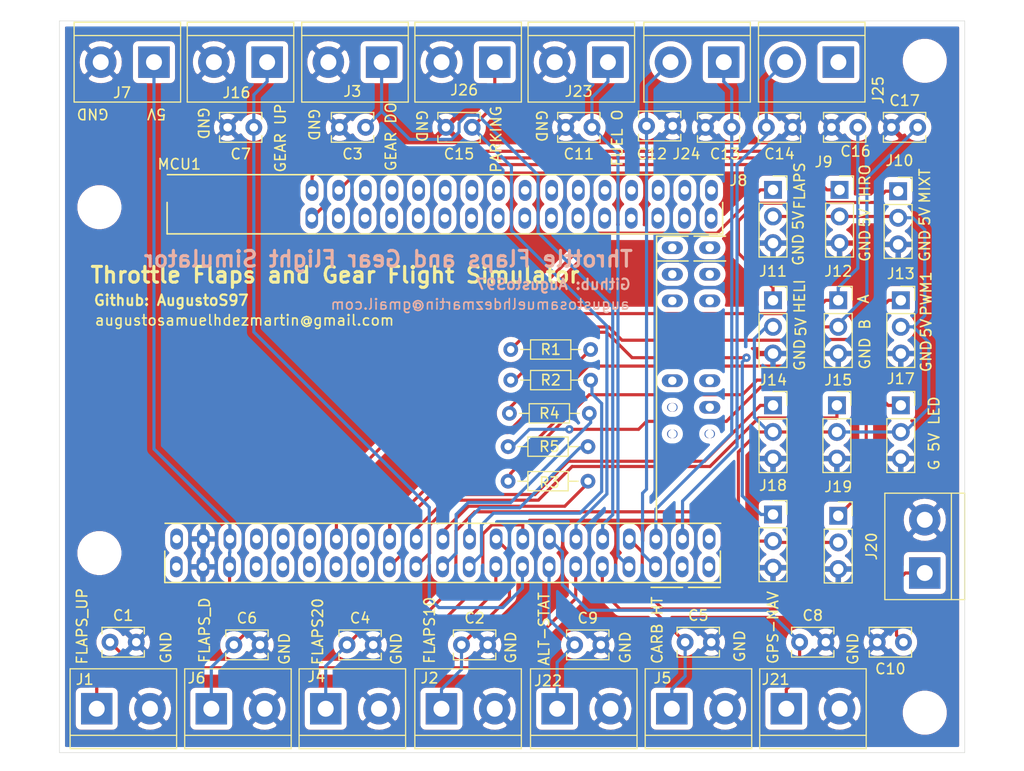
<source format=kicad_pcb>
(kicad_pcb (version 20171130) (host pcbnew "(5.1.10)-1")
  (layers (0 F.Cu signal) (31 B.Cu signal) (34 B.Paste user) (35 F.Paste user) (36 B.SilkS user) (37 F.SilkS user) (38 B.Mask user) (39 F.Mask user) (44 Edge.Cuts user))
  (net 0 "")
  (net 1 GND)
  (net 2 +5V)
  (net 3 PWM1)
  (net 4 PWM2)
  (net 5 PWM3)
  (net 6 GPS-NAV)
  (net 7 GEAR_UP)
  (net 8 ALT_STATIC)
  (net 9 GEAR_DOWN)
  (net 10 CARB_HEAT)
  (net 11 FLAPS_DOWN)
  (net 12 FLAPS_UP)
  (net 13 FLAPS_10)
  (net 14 FLAPS_20)
  (net 15 CABIN_AIR)
  (net 16 FUEL_OFF)
  (net 17 FUEL_R)
  (net 18 FUEL_L)
  (net 19 FUEL_BOTH)
  (net 20 PARKING_BRAKE)
  (net 21 "Net-(C16-Pad2)")
  (net 22 "Net-(C17-Pad2)")
  (net 23 FLAPS_PWM)
  (net 24 Throttle_Analog)
  (net 25 Mixture_Analog)
  (net 26 Helice_Analog)
  (net 27 "Net-(J17-Pad1)")
  (net 28 "Net-(J18-Pad1)")
  (net 29 "Net-(J19-Pad1)")
  (net 30 "Net-(J25-Pad1)")
  (net 31 "Net-(MCU1-Pad40)")
  (net 32 "Net-(MCU1-Pad2)")
  (net 33 "Net-(MCU1-Pad8)")
  (net 34 "Net-(MCU1-Pad10)")
  (net 35 "Net-(MCU1-Pad12)")
  (net 36 "Net-(MCU1-Pad14)")
  (net 37 "Net-(MCU1-Pad16)")
  (net 38 LED_RIGHT)
  (net 39 B_ENC_TRIM)
  (net 40 "Net-(MCU1-Pad42)")
  (net 41 "Net-(MCU1-Pad1)")
  (net 42 "Net-(MCU1-Pad7)")
  (net 43 "Net-(MCU1-Pad9)")
  (net 44 "Net-(MCU1-Pad11)")
  (net 45 "Net-(MCU1-Pad15)")
  (net 46 A_ENC_TRIM)
  (net 47 LED_NOSE)
  (net 48 LED_LEFT)
  (net 49 "Net-(MCU1-Pad41)")
  (net 50 "Net-(MCU1-Pad67)")
  (net 51 "Net-(MCU1-Pad43)")
  (net 52 "Net-(MCU1-Pad45)")
  (net 53 "Net-(MCU1-Pad47)")
  (net 54 "Net-(MCU1-Pad44)")
  (net 55 "Net-(MCU1-Pad46)")
  (net 56 "Net-(MCU1-Pad48)")
  (net 57 "Net-(MCU1-Pad65)")
  (net 58 "Net-(MCU1-Pad69)")
  (net 59 "Net-(MCU1-Pad70)")
  (net 60 "Net-(MCU1-Pad68)")
  (net 61 "Net-(MCU1-Pad66)")
  (net 62 "Net-(MCU1-Pad62)")
  (net 63 "Net-(MCU1-Pad74)")
  (net 64 "Net-(MCU1-Pad76)")
  (net 65 "Net-(MCU1-Pad78)")
  (net 66 "Net-(MCU1-Pad80)")
  (net 67 "Net-(MCU1-Pad82)")
  (net 68 "Net-(MCU1-Pad84)")
  (net 69 "Net-(MCU1-Pad86)")
  (net 70 "Net-(MCU1-Pad50)")
  (net 71 "Net-(MCU1-Pad52)")
  (net 72 "Net-(MCU1-Pad58)")
  (net 73 "Net-(MCU1-Pad56)")
  (net 74 "Net-(MCU1-Pad54)")
  (net 75 "Net-(MCU1-Pad64)")
  (net 76 "Net-(MCU1-Pad60)")
  (net 77 "Net-(MCU1-Pad75)")
  (net 78 "Net-(MCU1-Pad77)")
  (net 79 "Net-(MCU1-Pad79)")
  (net 80 "Net-(MCU1-Pad81)")
  (net 81 "Net-(MCU1-Pad83)")
  (net 82 "Net-(MCU1-Pad85)")
  (net 83 "Net-(MCU1-Pad49)")
  (net 84 "Net-(MCU1-Pad51)")
  (net 85 "Net-(MCU1-Pad53)")
  (net 86 "Net-(MCU1-Pad55)")
  (net 87 "Net-(MCU1-Pad57)")
  (net 88 "Net-(MCU1-Pad59)")
  (net 89 "Net-(MCU1-Pad61)")
  (net 90 "Net-(MCU1-Pad63)")
  (module MountingHole:MountingHole_3.2mm_M3 (layer F.Cu) (at 93.98 68.58)
    (fp_text reference h4 hide)
    (fp_text value MountingHole_3.2mm_M3)
    (pad 1 np_thru_hole circle (at 0 0) (size 3.2 3.2) (drill 3.2) (layers *.Cu *.Mask))
  )
  (module MountingHole:MountingHole_3.2mm_M3 (layer F.Cu) (at 93.98 101.6)
    (fp_text reference h3 hide)
    (fp_text value MountingHole_3.2mm_M3)
    (pad 1 np_thru_hole circle (at 0 0) (size 3.2 3.2) (drill 3.2) (layers *.Cu *.Mask))
  )
  (module MountingHole:MountingHole_3.2mm_M3 (layer F.Cu) (at 172.72 116.84)
    (fp_text reference h2 hide)
    (fp_text value MountingHole_3.2mm_M3)
    (pad 1 np_thru_hole circle (at 0 0) (size 3.2 3.2) (drill 3.2) (layers *.Cu *.Mask))
  )
  (module MountingHole:MountingHole_3.2mm_M3 (layer F.Cu) (at 172.72 54.61)
    (fp_text reference h1 hide)
    (fp_text value MountingHole_3.2mm_M3)
    (pad 1 np_thru_hole circle (at 0 0) (size 3.2 3.2) (drill 3.2) (layers *.Cu *.Mask))
  )
  (module Resistor_THT:R_Axial_DIN0204_L3.6mm_D1.6mm_P7.62mm_Horizontal (layer F.Cu) (at 132.969 91.44)
    (fp_text reference R5 (at 3.937 0) (layer F.SilkS))
    (fp_text value 220R)
    (pad 2 thru_hole oval (at 7.62 0) (size 1.4 1.4) (drill 0.7) (layers *.Cu *.Mask) (net 48 LED_LEFT))
    (pad 1 thru_hole circle (at 0 0) (size 1.4 1.4) (drill 0.7) (layers *.Cu *.Mask) (net 29 "Net-(J19-Pad1)"))
  )
  (module Resistor_THT:R_Axial_DIN0204_L3.6mm_D1.6mm_P7.62mm_Horizontal (layer F.Cu) (at 133.096 88.265)
    (fp_text reference R4 (at 3.81 0) (layer F.SilkS))
    (fp_text value 220R)
    (pad 2 thru_hole oval (at 7.62 0) (size 1.4 1.4) (drill 0.7) (layers *.Cu *.Mask) (net 38 LED_RIGHT))
    (pad 1 thru_hole circle (at 0 0) (size 1.4 1.4) (drill 0.7) (layers *.Cu *.Mask) (net 28 "Net-(J18-Pad1)"))
  )
  (module Resistor_THT:R_Axial_DIN0204_L3.6mm_D1.6mm_P7.62mm_Horizontal (layer F.Cu) (at 132.969 94.742)
    (fp_text reference R3 (at 3.937 0.127) (layer F.SilkS))
    (fp_text value 220R)
    (pad 2 thru_hole oval (at 7.62 0) (size 1.4 1.4) (drill 0.7) (layers *.Cu *.Mask) (net 47 LED_NOSE))
    (pad 1 thru_hole circle (at 0 0) (size 1.4 1.4) (drill 0.7) (layers *.Cu *.Mask) (net 27 "Net-(J17-Pad1)"))
  )
  (module Resistor_THT:R_Axial_DIN0204_L3.6mm_D1.6mm_P7.62mm_Horizontal (layer F.Cu) (at 133.223 85.09)
    (fp_text reference R2 (at 3.81 0) (layer F.SilkS))
    (fp_text value 10k)
    (pad 2 thru_hole oval (at 7.62 0) (size 1.4 1.4) (drill 0.7) (layers *.Cu *.Mask) (net 39 B_ENC_TRIM))
    (pad 1 thru_hole circle (at 0 0) (size 1.4 1.4) (drill 0.7) (layers *.Cu *.Mask) (net 22 "Net-(C17-Pad2)"))
  )
  (module Resistor_THT:R_Axial_DIN0204_L3.6mm_D1.6mm_P7.62mm_Horizontal (layer F.Cu) (at 133.223 82.169)
    (fp_text reference R1 (at 3.81 0) (layer F.SilkS))
    (fp_text value 10k)
    (pad 2 thru_hole oval (at 7.62 0) (size 1.4 1.4) (drill 0.7) (layers *.Cu *.Mask) (net 46 A_ENC_TRIM))
    (pad 1 thru_hole circle (at 0 0) (size 1.4 1.4) (drill 0.7) (layers *.Cu *.Mask) (net 21 "Net-(C16-Pad2)"))
  )
  (module TerminalBlock:TerminalBlock_bornier-2_P5.08mm (layer F.Cu) (at 172.72 103.505 90)
    (fp_text reference J20 (at 2.54 -5.08 90) (layer F.SilkS))
    (fp_text value Screw_Terminal_01x02)
    (pad 2 thru_hole circle (at 5.08 0 90) (size 3 3) (drill 1.52) (layers *.Cu *.Mask) (net 1 GND))
    (pad 1 thru_hole rect (at 0 0 90) (size 3 3) (drill 1.52) (layers *.Cu *.Mask) (net 15 CABIN_AIR))
  )
  (module Connector_PinSocket_2.54mm:PinSocket_1x03_P2.54mm_Vertical (layer F.Cu) (at 164.465 77.47)
    (fp_text reference J12 (at 0 -2.77) (layer F.SilkS))
    (fp_text value PINHEADER)
    (pad 3 thru_hole oval (at 0 5.08) (size 1.7 1.7) (drill 1) (layers *.Cu *.Mask) (net 1 GND))
    (pad 2 thru_hole oval (at 0 2.54) (size 1.7 1.7) (drill 1) (layers *.Cu *.Mask) (net 22 "Net-(C17-Pad2)"))
    (pad 1 thru_hole rect (at 0 0) (size 1.7 1.7) (drill 1) (layers *.Cu *.Mask) (net 21 "Net-(C16-Pad2)"))
  )
  (module Capacitor_THT:C_Disc_D3.8mm_W2.6mm_P2.50mm (layer F.Cu) (at 169.545 60.96)
    (fp_text reference C17 (at 1.25 -2.55) (layer F.SilkS))
    (fp_text value 10nF)
    (pad 2 thru_hole circle (at 2.5 0) (size 1.6 1.6) (drill 0.8) (layers *.Cu *.Mask) (net 22 "Net-(C17-Pad2)"))
    (pad 1 thru_hole circle (at 0 0) (size 1.6 1.6) (drill 0.8) (layers *.Cu *.Mask) (net 1 GND))
  )
  (module Capacitor_THT:C_Disc_D3.8mm_W2.6mm_P2.50mm (layer F.Cu) (at 163.83 60.96)
    (fp_text reference C16 (at 2.286 2.286) (layer F.SilkS))
    (fp_text value 10nF)
    (pad 2 thru_hole circle (at 2.5 0) (size 1.6 1.6) (drill 0.8) (layers *.Cu *.Mask) (net 21 "Net-(C16-Pad2)"))
    (pad 1 thru_hole circle (at 0 0) (size 1.6 1.6) (drill 0.8) (layers *.Cu *.Mask) (net 1 GND))
  )
  (module Capacitor_THT:C_Disc_D3.8mm_W2.6mm_P2.50mm (layer F.Cu) (at 170.688 110.109 180)
    (fp_text reference C10 (at 1.25 -2.55) (layer F.SilkS))
    (fp_text value 10nF)
    (pad 2 thru_hole circle (at 2.5 0 180) (size 1.6 1.6) (drill 0.8) (layers *.Cu *.Mask) (net 1 GND))
    (pad 1 thru_hole circle (at 0 0 180) (size 1.6 1.6) (drill 0.8) (layers *.Cu *.Mask) (net 15 CABIN_AIR))
  )
  (module TerminalBlock:TerminalBlock_bornier-2_P5.08mm (layer F.Cu) (at 126.614 116.463)
    (fp_text reference J2 (at -1.138 -2.925) (layer F.SilkS))
    (fp_text value Screw_Terminal_01x02)
    (pad 1 thru_hole rect (at 0 0) (size 3 3) (drill 1.52) (layers *.Cu *.Mask) (net 13 FLAPS_10))
    (pad 2 thru_hole circle (at 5.08 0) (size 3 3) (drill 1.52) (layers *.Cu *.Mask) (net 1 GND))
  )
  (module Mega2560-pro-mini-radio:MEGA_Embebido (layer F.Cu) (at 127 66.04 180)
    (fp_text reference MCU1 (at 25.4 1.56) (layer F.SilkS))
    (fp_text value Master_Arduino_Mega_Embebido_Arduino_Mega_v3)
    (pad 40 thru_hole oval (at -22.58 -36.87 180) (size 1.2 2) (drill 0.8) (layers *.Cu *.Mask) (net 31 "Net-(MCU1-Pad40)"))
    (pad 2 thru_hole oval (at 25.68 -36.87 180) (size 1.2 2) (drill 0.8) (layers *.Cu *.Mask) (net 32 "Net-(MCU1-Pad2)"))
    (pad 4 thru_hole oval (at 23.14 -36.87 180) (size 1.2 2) (drill 0.8) (layers *.Cu *.Mask) (net 1 GND))
    (pad 6 thru_hole oval (at 20.6 -36.87 180) (size 1.2 2) (drill 0.8) (layers *.Cu *.Mask) (net 2 +5V))
    (pad 8 thru_hole oval (at 18.06 -36.87 180) (size 1.2 2) (drill 0.8) (layers *.Cu *.Mask) (net 33 "Net-(MCU1-Pad8)"))
    (pad 10 thru_hole oval (at 15.52 -36.87 180) (size 1.2 2) (drill 0.8) (layers *.Cu *.Mask) (net 34 "Net-(MCU1-Pad10)"))
    (pad 12 thru_hole oval (at 12.98 -36.87 180) (size 1.2 2) (drill 0.8) (layers *.Cu *.Mask) (net 35 "Net-(MCU1-Pad12)"))
    (pad 14 thru_hole oval (at 10.44 -36.87 180) (size 1.2 2) (drill 0.8) (layers *.Cu *.Mask) (net 36 "Net-(MCU1-Pad14)"))
    (pad 16 thru_hole oval (at 7.9 -36.87 180) (size 1.2 2) (drill 0.8) (layers *.Cu *.Mask) (net 37 "Net-(MCU1-Pad16)"))
    (pad 18 thru_hole oval (at 5.36 -36.87 180) (size 1.2 2) (drill 0.8) (layers *.Cu *.Mask) (net 3 PWM1))
    (pad 20 thru_hole oval (at 2.82 -36.87 180) (size 1.2 2) (drill 0.8) (layers *.Cu *.Mask) (net 5 PWM3))
    (pad 22 thru_hole oval (at 0.28 -36.87 180) (size 1.2 2) (drill 0.8) (layers *.Cu *.Mask) (net 38 LED_RIGHT))
    (pad 24 thru_hole oval (at -2.26 -36.87 180) (size 1.2 2) (drill 0.8) (layers *.Cu *.Mask) (net 39 B_ENC_TRIM))
    (pad 26 thru_hole oval (at -4.8 -36.87 180) (size 1.2 2) (drill 0.8) (layers *.Cu *.Mask) (net 14 FLAPS_20))
    (pad 28 thru_hole oval (at -7.34 -36.87 180) (size 1.2 2) (drill 0.8) (layers *.Cu *.Mask) (net 7 GEAR_UP))
    (pad 30 thru_hole oval (at -9.88 -36.87 180) (size 1.2 2) (drill 0.8) (layers *.Cu *.Mask) (net 8 ALT_STATIC))
    (pad 36 thru_hole oval (at -17.5 -36.87 180) (size 1.2 2) (drill 0.8) (layers *.Cu *.Mask) (net 16 FUEL_OFF))
    (pad 34 thru_hole oval (at -14.96 -36.87 180) (size 1.2 2) (drill 0.8) (layers *.Cu *.Mask) (net 10 CARB_HEAT))
    (pad 32 thru_hole oval (at -12.42 -36.87 180) (size 1.2 2) (drill 0.8) (layers *.Cu *.Mask) (net 12 FLAPS_UP))
    (pad 42 thru_hole oval (at -25.12 -36.87 180) (size 1.2 2) (drill 0.8) (layers *.Cu *.Mask) (net 40 "Net-(MCU1-Pad42)"))
    (pad 38 thru_hole oval (at -20.04 -36.87 180) (size 1.2 2) (drill 0.8) (layers *.Cu *.Mask) (net 17 FUEL_R))
    (pad 1 thru_hole oval (at 25.65 -34.22 180) (size 1.2 2) (drill 0.8) (layers *.Cu *.Mask) (net 41 "Net-(MCU1-Pad1)"))
    (pad 3 thru_hole oval (at 23.11 -34.22 180) (size 1.2 2) (drill 0.8) (layers *.Cu *.Mask) (net 1 GND))
    (pad 5 thru_hole oval (at 20.57 -34.22 180) (size 1.2 2) (drill 0.8) (layers *.Cu *.Mask) (net 2 +5V))
    (pad 7 thru_hole oval (at 18.03 -34.22 180) (size 1.2 2) (drill 0.8) (layers *.Cu *.Mask) (net 42 "Net-(MCU1-Pad7)"))
    (pad 9 thru_hole oval (at 15.49 -34.22 180) (size 1.2 2) (drill 0.8) (layers *.Cu *.Mask) (net 43 "Net-(MCU1-Pad9)"))
    (pad 11 thru_hole oval (at 12.95 -34.22 180) (size 1.2 2) (drill 0.8) (layers *.Cu *.Mask) (net 44 "Net-(MCU1-Pad11)"))
    (pad 13 thru_hole oval (at 10.41 -34.22 180) (size 1.2 2) (drill 0.8) (layers *.Cu *.Mask) (net 23 FLAPS_PWM))
    (pad 15 thru_hole oval (at 7.87 -34.22 180) (size 1.2 2) (drill 0.8) (layers *.Cu *.Mask) (net 45 "Net-(MCU1-Pad15)"))
    (pad 17 thru_hole oval (at 5.33 -34.22 180) (size 1.2 2) (drill 0.8) (layers *.Cu *.Mask) (net 46 A_ENC_TRIM))
    (pad 19 thru_hole oval (at 2.79 -34.22 180) (size 1.2 2) (drill 0.8) (layers *.Cu *.Mask) (net 4 PWM2))
    (pad 21 thru_hole oval (at 0.25 -34.22 180) (size 1.2 2) (drill 0.8) (layers *.Cu *.Mask) (net 47 LED_NOSE))
    (pad 23 thru_hole oval (at -2.29 -34.22 180) (size 1.2 2) (drill 0.8) (layers *.Cu *.Mask) (net 48 LED_LEFT))
    (pad 25 thru_hole oval (at -4.83 -34.22 180) (size 1.2 2) (drill 0.8) (layers *.Cu *.Mask) (net 13 FLAPS_10))
    (pad 27 thru_hole oval (at -7.37 -34.22 180) (size 1.2 2) (drill 0.8) (layers *.Cu *.Mask) (net 11 FLAPS_DOWN))
    (pad 29 thru_hole oval (at -9.91 -34.22 180) (size 1.2 2) (drill 0.8) (layers *.Cu *.Mask) (net 6 GPS-NAV))
    (pad 31 thru_hole oval (at -12.45 -34.22 180) (size 1.2 2) (drill 0.8) (layers *.Cu *.Mask) (net 20 PARKING_BRAKE))
    (pad 33 thru_hole oval (at -14.99 -34.22 180) (size 1.2 2) (drill 0.8) (layers *.Cu *.Mask) (net 9 GEAR_DOWN))
    (pad 35 thru_hole oval (at -17.53 -34.22 180) (size 1.2 2) (drill 0.8) (layers *.Cu *.Mask) (net 15 CABIN_AIR))
    (pad 37 thru_hole oval (at -20.07 -34.22 180) (size 1.2 2) (drill 0.8) (layers *.Cu *.Mask) (net 18 FUEL_L))
    (pad 39 thru_hole oval (at -22.61 -34.22 180) (size 1.2 2) (drill 0.8) (layers *.Cu *.Mask) (net 19 FUEL_BOTH))
    (pad 41 thru_hole oval (at -25.15 -34.22 180) (size 1.2 2) (drill 0.8) (layers *.Cu *.Mask) (net 49 "Net-(MCU1-Pad41)"))
    (pad 67 thru_hole oval (at -25.206667 -8.947845 270) (size 1.2 2) (drill 0.8) (layers *.Cu *.Mask) (net 50 "Net-(MCU1-Pad67)"))
    (pad 43 thru_hole oval (at -21.636667 -24.187845 270) (size 0.8 1) (drill 0.8) (layers *.Cu *.Mask) (net 51 "Net-(MCU1-Pad43)"))
    (pad 45 thru_hole oval (at -21.636667 -21.647845 270) (size 0.8 1) (drill 0.8) (layers *.Cu *.Mask) (net 52 "Net-(MCU1-Pad45)"))
    (pad 47 thru_hole oval (at -21.636667 -19.107845 270) (size 1.2 2) (drill 0.8) (layers *.Cu *.Mask) (net 53 "Net-(MCU1-Pad47)"))
    (pad 44 thru_hole oval (at -25.206667 -24.187845 270) (size 0.8 1) (drill 0.8) (layers *.Cu *.Mask) (net 54 "Net-(MCU1-Pad44)"))
    (pad 46 thru_hole oval (at -25.206667 -21.647845 270) (size 1.2 2) (drill 0.8) (layers *.Cu *.Mask) (net 55 "Net-(MCU1-Pad46)"))
    (pad 48 thru_hole oval (at -25.206667 -19.107845 270) (size 1.2 2) (drill 0.8) (layers *.Cu *.Mask) (net 56 "Net-(MCU1-Pad48)"))
    (pad 65 thru_hole oval (at -25.206667 -6.407845 270) (size 1.2 2) (drill 0.8) (layers *.Cu *.Mask) (net 57 "Net-(MCU1-Pad65)"))
    (pad 69 thru_hole oval (at -25.206667 -11.487845 270) (size 1.2 2) (drill 0.8) (layers *.Cu *.Mask) (net 58 "Net-(MCU1-Pad69)"))
    (pad 70 thru_hole oval (at -21.636667 -11.487845 270) (size 1.2 2) (drill 0.8) (layers *.Cu *.Mask) (net 59 "Net-(MCU1-Pad70)"))
    (pad 68 thru_hole oval (at -21.636667 -8.947845 270) (size 1.2 2) (drill 0.8) (layers *.Cu *.Mask) (net 60 "Net-(MCU1-Pad68)"))
    (pad 66 thru_hole oval (at -21.636667 -6.407845 270) (size 1.2 2) (drill 0.8) (layers *.Cu *.Mask) (net 61 "Net-(MCU1-Pad66)"))
    (pad 62 thru_hole oval (at -22.8 -3.59 180) (size 1.2 2) (drill 0.8) (layers *.Cu *.Mask) (net 62 "Net-(MCU1-Pad62)"))
    (pad 72 thru_hole oval (at 12.76 -3.59 180) (size 1.2 2) (drill 0.8) (layers *.Cu *.Mask) (net 25 Mixture_Analog))
    (pad 74 thru_hole oval (at 10.22 -3.59 180) (size 1.2 2) (drill 0.8) (layers *.Cu *.Mask) (net 63 "Net-(MCU1-Pad74)"))
    (pad 76 thru_hole oval (at 7.68 -3.59 180) (size 1.2 2) (drill 0.8) (layers *.Cu *.Mask) (net 64 "Net-(MCU1-Pad76)"))
    (pad 78 thru_hole oval (at 5.14 -3.59 180) (size 1.2 2) (drill 0.8) (layers *.Cu *.Mask) (net 65 "Net-(MCU1-Pad78)"))
    (pad 80 thru_hole oval (at 2.6 -3.59 180) (size 1.2 2) (drill 0.8) (layers *.Cu *.Mask) (net 66 "Net-(MCU1-Pad80)"))
    (pad 82 thru_hole oval (at 0.06 -3.59 180) (size 1.2 2) (drill 0.8) (layers *.Cu *.Mask) (net 67 "Net-(MCU1-Pad82)"))
    (pad 84 thru_hole oval (at -2.48 -3.59 180) (size 1.2 2) (drill 0.8) (layers *.Cu *.Mask) (net 68 "Net-(MCU1-Pad84)"))
    (pad 86 thru_hole oval (at -5.02 -3.59 180) (size 1.2 2) (drill 0.8) (layers *.Cu *.Mask) (net 69 "Net-(MCU1-Pad86)"))
    (pad 50 thru_hole oval (at -7.56 -3.59 180) (size 1.2 2) (drill 0.8) (layers *.Cu *.Mask) (net 70 "Net-(MCU1-Pad50)"))
    (pad 52 thru_hole oval (at -10.1 -3.59 180) (size 1.2 2) (drill 0.8) (layers *.Cu *.Mask) (net 71 "Net-(MCU1-Pad52)"))
    (pad 58 thru_hole oval (at -17.72 -3.59 180) (size 1.2 2) (drill 0.8) (layers *.Cu *.Mask) (net 72 "Net-(MCU1-Pad58)"))
    (pad 56 thru_hole oval (at -15.18 -3.59 180) (size 1.2 2) (drill 0.8) (layers *.Cu *.Mask) (net 73 "Net-(MCU1-Pad56)"))
    (pad 54 thru_hole oval (at -12.64 -3.59 180) (size 1.2 2) (drill 0.8) (layers *.Cu *.Mask) (net 74 "Net-(MCU1-Pad54)"))
    (pad 64 thru_hole oval (at -25.34 -3.59 180) (size 1.2 2) (drill 0.8) (layers *.Cu *.Mask) (net 75 "Net-(MCU1-Pad64)"))
    (pad 60 thru_hole oval (at -20.26 -3.59 180) (size 1.2 2) (drill 0.8) (layers *.Cu *.Mask) (net 76 "Net-(MCU1-Pad60)"))
    (pad 71 thru_hole oval (at 12.73 -0.94 180) (size 1.2 2) (drill 0.8) (layers *.Cu *.Mask) (net 24 Throttle_Analog))
    (pad 73 thru_hole oval (at 10.19 -0.94 180) (size 1.2 2) (drill 0.8) (layers *.Cu *.Mask) (net 26 Helice_Analog))
    (pad 75 thru_hole oval (at 7.65 -0.94 180) (size 1.2 2) (drill 0.8) (layers *.Cu *.Mask) (net 77 "Net-(MCU1-Pad75)"))
    (pad 77 thru_hole oval (at 5.11 -0.94 180) (size 1.2 2) (drill 0.8) (layers *.Cu *.Mask) (net 78 "Net-(MCU1-Pad77)"))
    (pad 79 thru_hole oval (at 2.57 -0.94 180) (size 1.2 2) (drill 0.8) (layers *.Cu *.Mask) (net 79 "Net-(MCU1-Pad79)"))
    (pad 81 thru_hole oval (at 0.03 -0.94 180) (size 1.2 2) (drill 0.8) (layers *.Cu *.Mask) (net 80 "Net-(MCU1-Pad81)"))
    (pad 83 thru_hole oval (at -2.51 -0.94 180) (size 1.2 2) (drill 0.8) (layers *.Cu *.Mask) (net 81 "Net-(MCU1-Pad83)"))
    (pad 85 thru_hole oval (at -5.05 -0.94 180) (size 1.2 2) (drill 0.8) (layers *.Cu *.Mask) (net 82 "Net-(MCU1-Pad85)"))
    (pad 49 thru_hole oval (at -7.59 -0.94 180) (size 1.2 2) (drill 0.8) (layers *.Cu *.Mask) (net 83 "Net-(MCU1-Pad49)"))
    (pad 51 thru_hole oval (at -10.13 -0.94 180) (size 1.2 2) (drill 0.8) (layers *.Cu *.Mask) (net 84 "Net-(MCU1-Pad51)"))
    (pad 53 thru_hole oval (at -12.67 -0.94 180) (size 1.2 2) (drill 0.8) (layers *.Cu *.Mask) (net 85 "Net-(MCU1-Pad53)"))
    (pad 55 thru_hole oval (at -15.21 -0.94 180) (size 1.2 2) (drill 0.8) (layers *.Cu *.Mask) (net 86 "Net-(MCU1-Pad55)"))
    (pad 57 thru_hole oval (at -17.75 -0.94 180) (size 1.2 2) (drill 0.8) (layers *.Cu *.Mask) (net 87 "Net-(MCU1-Pad57)"))
    (pad 59 thru_hole oval (at -20.29 -0.94 180) (size 1.2 2) (drill 0.8) (layers *.Cu *.Mask) (net 88 "Net-(MCU1-Pad59)"))
    (pad 61 thru_hole oval (at -22.83 -0.94 180) (size 1.2 2) (drill 0.8) (layers *.Cu *.Mask) (net 89 "Net-(MCU1-Pad61)"))
    (pad 63 thru_hole oval (at -25.37 -0.94 180) (size 1.2 2) (drill 0.8) (layers *.Cu *.Mask) (net 90 "Net-(MCU1-Pad63)"))
  )
  (module TerminalBlock:TerminalBlock_bornier-2_P5.08mm (layer F.Cu) (at 131.699 54.737 180)
    (fp_text reference J26 (at 2.921 -2.667) (layer F.SilkS))
    (fp_text value Screw_Terminal_01x02)
    (pad 2 thru_hole circle (at 5.08 0 180) (size 3 3) (drill 1.52) (layers *.Cu *.Mask) (net 1 GND))
    (pad 1 thru_hole rect (at 0 0 180) (size 3 3) (drill 1.52) (layers *.Cu *.Mask) (net 20 PARKING_BRAKE))
  )
  (module TerminalBlock:TerminalBlock_bornier-2_P5.08mm (layer F.Cu) (at 164.477 54.733 180)
    (fp_text reference J25 (at -3.798 -2.671 90) (layer F.SilkS))
    (fp_text value Screw_Terminal_01x02)
    (pad 2 thru_hole circle (at 5.08 0 180) (size 3 3) (drill 1.52) (layers *.Cu *.Mask) (net 19 FUEL_BOTH))
    (pad 1 thru_hole rect (at 0 0 180) (size 3 3) (drill 1.52) (layers *.Cu *.Mask) (net 30 "Net-(J25-Pad1)"))
  )
  (module TerminalBlock:TerminalBlock_bornier-2_P5.08mm (layer F.Cu) (at 153.543 54.737 180)
    (fp_text reference J24 (at 3.556 -8.763 180) (layer F.SilkS))
    (fp_text value Screw_Terminal_01x02)
    (pad 2 thru_hole circle (at 5.08 0 180) (size 3 3) (drill 1.52) (layers *.Cu *.Mask) (net 17 FUEL_R))
    (pad 1 thru_hole rect (at 0 0 180) (size 3 3) (drill 1.52) (layers *.Cu *.Mask) (net 18 FUEL_L))
  )
  (module TerminalBlock:TerminalBlock_bornier-2_P5.08mm (layer F.Cu) (at 142.494 54.737 180)
    (fp_text reference J23 (at 2.794 -2.794) (layer F.SilkS))
    (fp_text value Screw_Terminal_01x02)
    (pad 2 thru_hole circle (at 5.08 0 180) (size 3 3) (drill 1.52) (layers *.Cu *.Mask) (net 1 GND))
    (pad 1 thru_hole rect (at 0 0 180) (size 3 3) (drill 1.52) (layers *.Cu *.Mask) (net 16 FUEL_OFF))
  )
  (module TerminalBlock:TerminalBlock_bornier-2_P5.08mm (layer F.Cu) (at 137.649 116.463)
    (fp_text reference J22 (at -0.87 -2.671) (layer F.SilkS))
    (fp_text value Screw_Terminal_01x02)
    (pad 1 thru_hole rect (at 0 0) (size 3 3) (drill 1.52) (layers *.Cu *.Mask) (net 8 ALT_STATIC))
    (pad 2 thru_hole circle (at 5.08 0) (size 3 3) (drill 1.52) (layers *.Cu *.Mask) (net 1 GND))
  )
  (module TerminalBlock:TerminalBlock_bornier-2_P5.08mm (layer F.Cu) (at 159.512 116.459)
    (fp_text reference J21 (at -1.016 -2.794) (layer F.SilkS))
    (fp_text value Screw_Terminal_01x02)
    (pad 1 thru_hole rect (at 0 0) (size 3 3) (drill 1.52) (layers *.Cu *.Mask) (net 6 GPS-NAV))
    (pad 2 thru_hole circle (at 5.08 0) (size 3 3) (drill 1.52) (layers *.Cu *.Mask) (net 1 GND))
  )
  (module Connector_PinSocket_2.54mm:PinSocket_1x03_P2.54mm_Vertical (layer F.Cu) (at 164.465 98.044)
    (fp_text reference J19 (at 0 -2.77) (layer F.SilkS))
    (fp_text value PINHEADER)
    (pad 3 thru_hole oval (at 0 5.08) (size 1.7 1.7) (drill 1) (layers *.Cu *.Mask) (net 1 GND))
    (pad 2 thru_hole oval (at 0 2.54) (size 1.7 1.7) (drill 1) (layers *.Cu *.Mask) (net 2 +5V))
    (pad 1 thru_hole rect (at 0 0) (size 1.7 1.7) (drill 1) (layers *.Cu *.Mask) (net 29 "Net-(J19-Pad1)"))
  )
  (module Connector_PinSocket_2.54mm:PinSocket_1x03_P2.54mm_Vertical (layer F.Cu) (at 158.242 97.917)
    (fp_text reference J18 (at 0 -2.77) (layer F.SilkS))
    (fp_text value PINHEADER)
    (pad 3 thru_hole oval (at 0 5.08) (size 1.7 1.7) (drill 1) (layers *.Cu *.Mask) (net 1 GND))
    (pad 2 thru_hole oval (at 0 2.54) (size 1.7 1.7) (drill 1) (layers *.Cu *.Mask) (net 2 +5V))
    (pad 1 thru_hole rect (at 0 0) (size 1.7 1.7) (drill 1) (layers *.Cu *.Mask) (net 28 "Net-(J18-Pad1)"))
  )
  (module Connector_PinSocket_2.54mm:PinSocket_1x03_P2.54mm_Vertical (layer F.Cu) (at 170.434 87.503)
    (fp_text reference J17 (at 0 -2.54) (layer F.SilkS))
    (fp_text value PINHEADER)
    (pad 3 thru_hole oval (at 0 5.08) (size 1.7 1.7) (drill 1) (layers *.Cu *.Mask) (net 1 GND))
    (pad 2 thru_hole oval (at 0 2.54) (size 1.7 1.7) (drill 1) (layers *.Cu *.Mask) (net 2 +5V))
    (pad 1 thru_hole rect (at 0 0) (size 1.7 1.7) (drill 1) (layers *.Cu *.Mask) (net 27 "Net-(J17-Pad1)"))
  )
  (module TerminalBlock:TerminalBlock_bornier-2_P5.08mm (layer F.Cu) (at 109.982 54.737 180)
    (fp_text reference J16 (at 2.921 -2.921) (layer F.SilkS))
    (fp_text value Screw_Terminal_01x02)
    (pad 1 thru_hole rect (at 0 0 180) (size 3 3) (drill 1.52) (layers *.Cu *.Mask) (net 7 GEAR_UP))
    (pad 2 thru_hole circle (at 5.08 0 180) (size 3 3) (drill 1.52) (layers *.Cu *.Mask) (net 1 GND))
  )
  (module Connector_PinSocket_2.54mm:PinSocket_1x03_P2.54mm_Vertical (layer F.Cu) (at 164.338 87.503)
    (fp_text reference J15 (at 0.127 -2.413) (layer F.SilkS))
    (fp_text value PINHEADER)
    (pad 3 thru_hole oval (at 0 5.08) (size 1.7 1.7) (drill 1) (layers *.Cu *.Mask) (net 1 GND))
    (pad 2 thru_hole oval (at 0 2.54) (size 1.7 1.7) (drill 1) (layers *.Cu *.Mask) (net 2 +5V))
    (pad 1 thru_hole rect (at 0 0) (size 1.7 1.7) (drill 1) (layers *.Cu *.Mask) (net 5 PWM3))
  )
  (module Connector_PinSocket_2.54mm:PinSocket_1x03_P2.54mm_Vertical (layer F.Cu) (at 158.242 87.503)
    (fp_text reference J14 (at 0 -2.413) (layer F.SilkS))
    (fp_text value PINHEADER)
    (pad 3 thru_hole oval (at 0 5.08) (size 1.7 1.7) (drill 1) (layers *.Cu *.Mask) (net 1 GND))
    (pad 2 thru_hole oval (at 0 2.54) (size 1.7 1.7) (drill 1) (layers *.Cu *.Mask) (net 2 +5V))
    (pad 1 thru_hole rect (at 0 0) (size 1.7 1.7) (drill 1) (layers *.Cu *.Mask) (net 4 PWM2))
  )
  (module Connector_PinSocket_2.54mm:PinSocket_1x03_P2.54mm_Vertical (layer F.Cu) (at 170.434 77.47)
    (fp_text reference J13 (at 0 -2.54) (layer F.SilkS))
    (fp_text value PINHEADER)
    (pad 3 thru_hole oval (at 0 5.08) (size 1.7 1.7) (drill 1) (layers *.Cu *.Mask) (net 1 GND))
    (pad 2 thru_hole oval (at 0 2.54) (size 1.7 1.7) (drill 1) (layers *.Cu *.Mask) (net 2 +5V))
    (pad 1 thru_hole rect (at 0 0) (size 1.7 1.7) (drill 1) (layers *.Cu *.Mask) (net 3 PWM1))
  )
  (module Connector_PinSocket_2.54mm:PinSocket_1x03_P2.54mm_Vertical (layer F.Cu) (at 158.242 77.47)
    (fp_text reference J11 (at 0 -2.77) (layer F.SilkS))
    (fp_text value PINHEADER)
    (pad 3 thru_hole oval (at 0 5.08) (size 1.7 1.7) (drill 1) (layers *.Cu *.Mask) (net 1 GND))
    (pad 2 thru_hole oval (at 0 2.54) (size 1.7 1.7) (drill 1) (layers *.Cu *.Mask) (net 2 +5V))
    (pad 1 thru_hole rect (at 0 0) (size 1.7 1.7) (drill 1) (layers *.Cu *.Mask) (net 26 Helice_Analog))
  )
  (module Connector_PinSocket_2.54mm:PinSocket_1x03_P2.54mm_Vertical (layer F.Cu) (at 170.18 67.056)
    (fp_text reference J10 (at 0.127 -2.921) (layer F.SilkS))
    (fp_text value PINHEADER)
    (pad 3 thru_hole oval (at 0 5.08) (size 1.7 1.7) (drill 1) (layers *.Cu *.Mask) (net 1 GND))
    (pad 2 thru_hole oval (at 0 2.54) (size 1.7 1.7) (drill 1) (layers *.Cu *.Mask) (net 2 +5V))
    (pad 1 thru_hole rect (at 0 0) (size 1.7 1.7) (drill 1) (layers *.Cu *.Mask) (net 25 Mixture_Analog))
  )
  (module Connector_PinSocket_2.54mm:PinSocket_1x03_P2.54mm_Vertical (layer F.Cu) (at 164.592 66.929)
    (fp_text reference J9 (at -1.524 -2.667) (layer F.SilkS))
    (fp_text value PINHEADER)
    (pad 3 thru_hole oval (at 0 5.08) (size 1.7 1.7) (drill 1) (layers *.Cu *.Mask) (net 1 GND))
    (pad 2 thru_hole oval (at 0 2.54) (size 1.7 1.7) (drill 1) (layers *.Cu *.Mask) (net 2 +5V))
    (pad 1 thru_hole rect (at 0 0) (size 1.7 1.7) (drill 1) (layers *.Cu *.Mask) (net 24 Throttle_Analog))
  )
  (module Connector_PinSocket_2.54mm:PinSocket_1x03_P2.54mm_Vertical (layer F.Cu) (at 158.242 66.929)
    (fp_text reference J8 (at -3.302 -0.889) (layer F.SilkS))
    (fp_text value PINHEADER)
    (pad 3 thru_hole oval (at 0 5.08) (size 1.7 1.7) (drill 1) (layers *.Cu *.Mask) (net 1 GND))
    (pad 2 thru_hole oval (at 0 2.54) (size 1.7 1.7) (drill 1) (layers *.Cu *.Mask) (net 2 +5V))
    (pad 1 thru_hole rect (at 0 0) (size 1.7 1.7) (drill 1) (layers *.Cu *.Mask) (net 23 FLAPS_PWM))
  )
  (module TerminalBlock:TerminalBlock_bornier-2_P5.08mm (layer F.Cu) (at 99.187 54.737 180)
    (fp_text reference J7 (at 3.048 -2.921) (layer F.SilkS))
    (fp_text value Screw_Terminal_01x02)
    (pad 2 thru_hole circle (at 5.08 0 180) (size 3 3) (drill 1.52) (layers *.Cu *.Mask) (net 1 GND))
    (pad 1 thru_hole rect (at 0 0 180) (size 3 3) (drill 1.52) (layers *.Cu *.Mask) (net 2 +5V))
  )
  (module TerminalBlock:TerminalBlock_bornier-2_P5.08mm (layer F.Cu) (at 104.657 116.463)
    (fp_text reference J6 (at -1.406 -2.925) (layer F.SilkS))
    (fp_text value Screw_Terminal_01x02)
    (pad 2 thru_hole circle (at 5.08 0) (size 3 3) (drill 1.52) (layers *.Cu *.Mask) (net 1 GND))
    (pad 1 thru_hole rect (at 0 0) (size 3 3) (drill 1.52) (layers *.Cu *.Mask) (net 11 FLAPS_DOWN))
  )
  (module TerminalBlock:TerminalBlock_bornier-2_P5.08mm (layer F.Cu) (at 148.59 116.459)
    (fp_text reference J5 (at -0.889 -2.921) (layer F.SilkS))
    (fp_text value Screw_Terminal_01x02)
    (pad 2 thru_hole circle (at 5.08 0) (size 3 3) (drill 1.52) (layers *.Cu *.Mask) (net 1 GND))
    (pad 1 thru_hole rect (at 0 0) (size 3 3) (drill 1.52) (layers *.Cu *.Mask) (net 10 CARB_HEAT))
  )
  (module TerminalBlock:TerminalBlock_bornier-2_P5.08mm (layer F.Cu) (at 115.572 116.463)
    (fp_text reference J4 (at -0.891 -3.052) (layer F.SilkS))
    (fp_text value Screw_Terminal_01x02)
    (pad 1 thru_hole rect (at 0 0) (size 3 3) (drill 1.52) (layers *.Cu *.Mask) (net 14 FLAPS_20))
    (pad 2 thru_hole circle (at 5.08 0) (size 3 3) (drill 1.52) (layers *.Cu *.Mask) (net 1 GND))
  )
  (module TerminalBlock:TerminalBlock_bornier-2_P5.08mm (layer F.Cu) (at 120.904 54.737 180)
    (fp_text reference J3 (at 2.794 -2.794) (layer F.SilkS))
    (fp_text value Screw_Terminal_01x02)
    (pad 1 thru_hole rect (at 0 0 180) (size 3 3) (drill 1.52) (layers *.Cu *.Mask) (net 9 GEAR_DOWN))
    (pad 2 thru_hole circle (at 5.08 0 180) (size 3 3) (drill 1.52) (layers *.Cu *.Mask) (net 1 GND))
  )
  (module TerminalBlock:TerminalBlock_bornier-2_P5.08mm (layer F.Cu) (at 93.726 116.459)
    (fp_text reference J1 (at -1.143 -2.794) (layer F.SilkS))
    (fp_text value Screw_Terminal_01x02)
    (pad 1 thru_hole rect (at 0 0) (size 3 3) (drill 1.52) (layers *.Cu *.Mask) (net 12 FLAPS_UP))
    (pad 2 thru_hole circle (at 5.08 0) (size 3 3) (drill 1.52) (layers *.Cu *.Mask) (net 1 GND))
  )
  (module Capacitor_THT:C_Disc_D3.8mm_W2.6mm_P2.50mm (layer F.Cu) (at 129.54 60.96 180)
    (fp_text reference C15 (at 1.25 -2.55) (layer F.SilkS))
    (fp_text value 10nF)
    (pad 2 thru_hole circle (at 2.5 0 180) (size 1.6 1.6) (drill 0.8) (layers *.Cu *.Mask) (net 1 GND))
    (pad 1 thru_hole circle (at 0 0 180) (size 1.6 1.6) (drill 0.8) (layers *.Cu *.Mask) (net 20 PARKING_BRAKE))
  )
  (module Capacitor_THT:C_Disc_D3.8mm_W2.6mm_P2.50mm (layer F.Cu) (at 157.607 60.96)
    (fp_text reference C14 (at 1.25 2.54) (layer F.SilkS))
    (fp_text value 10nF)
    (pad 2 thru_hole circle (at 2.5 0) (size 1.6 1.6) (drill 0.8) (layers *.Cu *.Mask) (net 1 GND))
    (pad 1 thru_hole circle (at 0 0) (size 1.6 1.6) (drill 0.8) (layers *.Cu *.Mask) (net 19 FUEL_BOTH))
  )
  (module Capacitor_THT:C_Disc_D3.8mm_W2.6mm_P2.50mm (layer F.Cu) (at 154.305 60.96 180)
    (fp_text reference C13 (at 0.635 -2.54) (layer F.SilkS))
    (fp_text value 10nF)
    (pad 2 thru_hole circle (at 2.5 0 180) (size 1.6 1.6) (drill 0.8) (layers *.Cu *.Mask) (net 1 GND))
    (pad 1 thru_hole circle (at 0 0 180) (size 1.6 1.6) (drill 0.8) (layers *.Cu *.Mask) (net 18 FUEL_L))
  )
  (module Capacitor_THT:C_Disc_D3.8mm_W2.6mm_P2.50mm (layer F.Cu) (at 146.177 60.833)
    (fp_text reference C12 (at 0.508 2.667) (layer F.SilkS))
    (fp_text value 10nF)
    (pad 2 thru_hole circle (at 2.5 0) (size 1.6 1.6) (drill 0.8) (layers *.Cu *.Mask) (net 1 GND))
    (pad 1 thru_hole circle (at 0 0) (size 1.6 1.6) (drill 0.8) (layers *.Cu *.Mask) (net 17 FUEL_R))
  )
  (module Capacitor_THT:C_Disc_D3.8mm_W2.6mm_P2.50mm (layer F.Cu) (at 140.97 60.96 180)
    (fp_text reference C11 (at 1.25 -2.55) (layer F.SilkS))
    (fp_text value 10nF)
    (pad 2 thru_hole circle (at 2.5 0 180) (size 1.6 1.6) (drill 0.8) (layers *.Cu *.Mask) (net 1 GND))
    (pad 1 thru_hole circle (at 0 0 180) (size 1.6 1.6) (drill 0.8) (layers *.Cu *.Mask) (net 16 FUEL_OFF))
  )
  (module Capacitor_THT:C_Disc_D3.8mm_W2.6mm_P2.50mm (layer F.Cu) (at 139.319 110.363)
    (fp_text reference C9 (at 1.25 -2.55) (layer F.SilkS))
    (fp_text value 10nF)
    (pad 1 thru_hole circle (at 0 0) (size 1.6 1.6) (drill 0.8) (layers *.Cu *.Mask) (net 8 ALT_STATIC))
    (pad 2 thru_hole circle (at 2.5 0) (size 1.6 1.6) (drill 0.8) (layers *.Cu *.Mask) (net 1 GND))
  )
  (module Capacitor_THT:C_Disc_D3.8mm_W2.6mm_P2.50mm (layer F.Cu) (at 160.782 110.109)
    (fp_text reference C8 (at 1.25 -2.55) (layer F.SilkS))
    (fp_text value 10nF)
    (pad 1 thru_hole circle (at 0 0) (size 1.6 1.6) (drill 0.8) (layers *.Cu *.Mask) (net 6 GPS-NAV))
    (pad 2 thru_hole circle (at 2.5 0) (size 1.6 1.6) (drill 0.8) (layers *.Cu *.Mask) (net 1 GND))
  )
  (module Capacitor_THT:C_Disc_D3.8mm_W2.6mm_P2.50mm (layer F.Cu) (at 108.712 60.96 180)
    (fp_text reference C7 (at 1.25 -2.55) (layer F.SilkS))
    (fp_text value 10nF)
    (pad 1 thru_hole circle (at 0 0 180) (size 1.6 1.6) (drill 0.8) (layers *.Cu *.Mask) (net 7 GEAR_UP))
    (pad 2 thru_hole circle (at 2.5 0 180) (size 1.6 1.6) (drill 0.8) (layers *.Cu *.Mask) (net 1 GND))
  )
  (module Capacitor_THT:C_Disc_D3.8mm_W2.6mm_P2.50mm (layer F.Cu) (at 106.807 110.363)
    (fp_text reference C6 (at 1.25 -2.55) (layer F.SilkS))
    (fp_text value 10nF)
    (pad 2 thru_hole circle (at 2.5 0) (size 1.6 1.6) (drill 0.8) (layers *.Cu *.Mask) (net 1 GND))
    (pad 1 thru_hole circle (at 0 0) (size 1.6 1.6) (drill 0.8) (layers *.Cu *.Mask) (net 11 FLAPS_DOWN))
  )
  (module Capacitor_THT:C_Disc_D3.8mm_W2.6mm_P2.50mm (layer F.Cu) (at 149.86 110.109)
    (fp_text reference C5 (at 1.25 -2.55) (layer F.SilkS))
    (fp_text value 10nF)
    (pad 2 thru_hole circle (at 2.5 0) (size 1.6 1.6) (drill 0.8) (layers *.Cu *.Mask) (net 1 GND))
    (pad 1 thru_hole circle (at 0 0) (size 1.6 1.6) (drill 0.8) (layers *.Cu *.Mask) (net 10 CARB_HEAT))
  )
  (module Capacitor_THT:C_Disc_D3.8mm_W2.6mm_P2.50mm (layer F.Cu) (at 117.602 110.363)
    (fp_text reference C4 (at 1.25 -2.55) (layer F.SilkS))
    (fp_text value 10nF)
    (pad 1 thru_hole circle (at 0 0) (size 1.6 1.6) (drill 0.8) (layers *.Cu *.Mask) (net 14 FLAPS_20))
    (pad 2 thru_hole circle (at 2.5 0) (size 1.6 1.6) (drill 0.8) (layers *.Cu *.Mask) (net 1 GND))
  )
  (module Capacitor_THT:C_Disc_D3.8mm_W2.6mm_P2.50mm (layer F.Cu) (at 119.38 60.96 180)
    (fp_text reference C3 (at 1.25 -2.55) (layer F.SilkS))
    (fp_text value 10nF)
    (pad 1 thru_hole circle (at 0 0 180) (size 1.6 1.6) (drill 0.8) (layers *.Cu *.Mask) (net 9 GEAR_DOWN))
    (pad 2 thru_hole circle (at 2.5 0 180) (size 1.6 1.6) (drill 0.8) (layers *.Cu *.Mask) (net 1 GND))
  )
  (module Capacitor_THT:C_Disc_D3.8mm_W2.6mm_P2.50mm (layer F.Cu) (at 128.524 110.363)
    (fp_text reference C2 (at 1.25 -2.55) (layer F.SilkS))
    (fp_text value 10nF)
    (pad 1 thru_hole circle (at 0 0) (size 1.6 1.6) (drill 0.8) (layers *.Cu *.Mask) (net 13 FLAPS_10))
    (pad 2 thru_hole circle (at 2.5 0) (size 1.6 1.6) (drill 0.8) (layers *.Cu *.Mask) (net 1 GND))
  )
  (module Capacitor_THT:C_Disc_D3.8mm_W2.6mm_P2.50mm (layer F.Cu) (at 94.996 110.109)
    (fp_text reference C1 (at 1.25 -2.55) (layer F.SilkS))
    (fp_text value 10nF)
    (pad 1 thru_hole circle (at 0 0) (size 1.6 1.6) (drill 0.8) (layers *.Cu *.Mask) (net 12 FLAPS_UP))
    (pad 2 thru_hole circle (at 2.5 0) (size 1.6 1.6) (drill 0.8) (layers *.Cu *.Mask) (net 1 GND))
  )
  (gr_text PWM1 (at 172.847 76.835 90) (layer F.SilkS) (effects (font (size 1 1))))
  (gr_text 5V (at 172.847 80.137 90) (layer F.SilkS) (effects (font (size 1 1))))
  (gr_text GND (at 172.847 82.804 90) (layer F.SilkS) (effects (font (size 1 1))))
  (gr_text MIXT (at 172.72 66.548 90) (layer F.SilkS) (effects (font (size 1 1))))
  (gr_text 5V (at 172.72 69.469 90) (layer F.SilkS) (effects (font (size 1 1))))
  (gr_text GND (at 172.72 72.263 90) (layer F.SilkS) (effects (font (size 1 1))))
  (gr_text THRO (at 167.005 66.421 90) (layer F.SilkS) (effects (font (size 1 1))))
  (gr_text 5V (at 167.005 69.596 90) (layer F.SilkS) (effects (font (size 1 1))))
  (gr_text GND (at 167.005 72.263 90) (layer F.SilkS) (effects (font (size 1 1))))
  (gr_text GND (at 160.655 72.644 90) (layer F.SilkS) (effects (font (size 1 1))))
  (gr_text 5V (at 160.655 69.85 90) (layer F.SilkS) (effects (font (size 1 1))))
  (gr_text FLAPS (at 160.782 66.548 90) (layer F.SilkS) (effects (font (size 1 1))))
  (gr_text GND (at 160.782 82.677 90) (layer F.SilkS) (effects (font (size 1 1))))
  (gr_text 5V (at 160.909 80.01 90) (layer F.SilkS) (effects (font (size 1 1))))
  (gr_text HELI (at 160.782 77.089 90) (layer F.SilkS) (effects (font (size 1 1))))
  (gr_text GND (at 167.005 82.55 90) (layer F.SilkS) (effects (font (size 1 1))))
  (gr_text B (at 167.005 79.756 90) (layer F.SilkS) (effects (font (size 1 1))))
  (gr_text A (at 166.878 77.343 90) (layer F.SilkS) (effects (font (size 1 1))))
  (gr_text GND (at 136.144 60.833 270) (layer F.SilkS) (effects (font (size 1 1))))
  (gr_text GND (at 124.714 60.833 270) (layer F.SilkS) (effects (font (size 1 1))))
  (gr_text GND (at 114.427 60.706 270) (layer F.SilkS) (effects (font (size 1 1))))
  (gr_text GND (at 103.886 60.579 270) (layer F.SilkS) (effects (font (size 1 1))))
  (gr_text GND (at 165.862 110.744 90) (layer F.SilkS) (effects (font (size 1 1))))
  (gr_text GND (at 155.067 110.49 90) (layer F.SilkS) (effects (font (size 1 1))))
  (gr_text GND (at 144.145 110.617 90) (layer F.SilkS) (effects (font (size 1 1))))
  (gr_text GND (at 133.223 110.617 90) (layer F.SilkS) (effects (font (size 1 1))))
  (gr_text GND (at 122.301 110.744 90) (layer F.SilkS) (effects (font (size 1 1))))
  (gr_text GND (at 111.633 110.744 90) (layer F.SilkS) (effects (font (size 1 1))))
  (gr_text "Throttle Flaps and Gear Flight Simulator" (at 121.539 73.533) (layer B.SilkS) (effects (font (size 1.5 1.5) (thickness 0.3)) (justify mirror)))
  (gr_text augustosamuelhdezmartin@gmail.com (at 130.302 77.851) (layer B.SilkS) (effects (font (size 1 1)) (justify mirror)))
  (gr_text "Github: AugustoS97" (at 137.287 75.946) (layer B.SilkS) (effects (font (size 1 1) (thickness 0.2)) (justify mirror)))
  (gr_text augustosamuelhdezmartin@gmail.com (at 107.823 79.375) (layer F.SilkS) (effects (font (size 1 1))))
  (gr_text "Github: AugustoS97" (at 100.838 77.47) (layer F.SilkS) (effects (font (size 1 1) (thickness 0.2))))
  (gr_text "Throttle Flaps and Gear Flight Simulator" (at 116.459 75.057) (layer F.SilkS) (effects (font (size 1.5 1.5) (thickness 0.3))))
  (gr_text "G 5V LED" (at 173.609 90.17 90) (layer F.SilkS) (effects (font (size 1 1))))
  (gr_text "FUEL O" (at 143.383 61.976 90) (layer F.SilkS) (effects (font (size 1 1))))
  (gr_text PARKING (at 131.826 62.103 90) (layer F.SilkS) (effects (font (size 1 1))))
  (gr_text "GEAR DO" (at 121.793 61.849 90) (layer F.SilkS) (effects (font (size 1 1))))
  (gr_text "GEAR UP" (at 111.252 61.976 90) (layer F.SilkS) (effects (font (size 1 1))))
  (gr_text GPS-NAV (at 158.242 108.712 90) (layer F.SilkS) (effects (font (size 1 1))))
  (gr_text "CARB HT" (at 147.193 108.966 90) (layer F.SilkS) (effects (font (size 1 1))))
  (gr_text ALT-STAT (at 136.398 108.839 90) (layer F.SilkS) (effects (font (size 1 1))))
  (gr_text FLAPS10 (at 125.476 108.966 90) (layer F.SilkS) (effects (font (size 1 1))))
  (gr_text FLAPS20 (at 114.808 109.093 90) (layer F.SilkS) (effects (font (size 1 1))))
  (gr_text FLAPS_D (at 104.013 108.966 90) (layer F.SilkS) (effects (font (size 1 1))))
  (gr_text FLAPS_UP (at 92.329 108.585 90) (layer F.SilkS) (effects (font (size 1 1))))
  (gr_text GND (at 100.33 110.617 90) (layer F.SilkS) (effects (font (size 1 1))))
  (gr_text GND (at 93.345 59.69 180) (layer F.SilkS) (effects (font (size 1 1))))
  (gr_text 5V (at 99.441 59.69 180) (layer F.SilkS) (effects (font (size 1 1))))
  (gr_line (start 90.17 120.65) (end 90.17 50.8) (layer Edge.Cuts) (width 0.05))
  (gr_line (start 176.53 120.65) (end 90.17 120.65) (layer Edge.Cuts) (width 0.05))
  (gr_line (start 176.53 50.8) (end 176.53 120.65) (layer Edge.Cuts) (width 0.05))
  (gr_line (start 90.17 50.8) (end 176.53 50.8) (layer Edge.Cuts) (width 0.05))
  (segment (start 158.242 100.457) (end 156.591 100.457) (width 0.3) (layer F.Cu) (net 2))
  (segment (start 154.94 97.663) (end 129.794 97.663) (width 0.3) (layer F.Cu) (net 2))
  (segment (start 154.94 98.806) (end 154.94 97.663) (width 0.3) (layer F.Cu) (net 2))
  (segment (start 156.591 100.457) (end 154.94 98.806) (width 0.3) (layer F.Cu) (net 2))
  (segment (start 108.077 107.061) (end 106.4 105.384) (width 0.3) (layer F.Cu) (net 2))
  (segment (start 106.4 105.384) (end 106.4 102.91) (width 0.3) (layer F.Cu) (net 2))
  (segment (start 127.99 104.547) (end 125.476 107.061) (width 0.3) (layer F.Cu) (net 2))
  (segment (start 163.2647 100.584) (end 164.465 100.584) (width 0.3) (layer F.Cu) (net 2))
  (segment (start 129.794 97.663) (end 127.99 99.467) (width 0.3) (layer F.Cu) (net 2))
  (segment (start 125.476 107.061) (end 108.077 107.061) (width 0.3) (layer F.Cu) (net 2))
  (segment (start 158.242 100.1569) (end 158.6691 100.584) (width 0.3) (layer F.Cu) (net 2))
  (segment (start 158.6691 100.584) (end 163.2647 100.584) (width 0.3) (layer F.Cu) (net 2))
  (segment (start 127.99 99.467) (end 127.99 104.547) (width 0.3) (layer F.Cu) (net 2))
  (segment (start 156.845 90.043) (end 158.242 90.043) (width 0.3) (layer F.Cu) (net 2))
  (segment (start 154.94 91.948) (end 156.845 90.043) (width 0.3) (layer F.Cu) (net 2))
  (segment (start 154.94 97.663) (end 154.94 91.948) (width 0.3) (layer F.Cu) (net 2))
  (segment (start 158.242 100.1569) (end 158.242 99.8568) (width 0.3) (layer F.Cu) (net 2))
  (segment (start 164.338 90.043) (end 158.242 90.043) (width 0.3) (layer F.Cu) (net 2))
  (segment (start 158.242 100.457) (end 158.242 100.1569) (width 0.3) (layer F.Cu) (net 2))
  (segment (start 157.9304 99.8568) (end 158.242 99.8568) (width 0.3) (layer F.Cu) (net 2))
  (segment (start 170.434 80.01) (end 171.6343 80.01) (width 0.3) (layer B.Cu) (net 2))
  (segment (start 170.434 90.043) (end 170.434 89.4428) (width 0.3) (layer B.Cu) (net 2))
  (segment (start 106.43 100.26) (end 106.43 98.9097) (width 0.3) (layer B.Cu) (net 2))
  (segment (start 106.4 102.91) (end 106.4 101.5597) (width 0.3) (layer B.Cu) (net 2))
  (segment (start 106.43 101.5297) (end 106.43 100.26) (width 0.3) (layer B.Cu) (net 2))
  (segment (start 106.4 101.5597) (end 106.43 101.5297) (width 0.3) (layer B.Cu) (net 2))
  (segment (start 99.187 91.6667) (end 99.187 54.737) (width 0.3) (layer B.Cu) (net 2))
  (segment (start 106.43 98.9097) (end 99.187 91.6667) (width 0.3) (layer B.Cu) (net 2))
  (segment (start 158.242 69.469) (end 164.592 69.469) (width 0.3) (layer F.Cu) (net 2))
  (segment (start 171.6343 80.01) (end 173.101 81.4767) (width 0.3) (layer B.Cu) (net 2))
  (segment (start 173.101 87.757) (end 170.434 90.424) (width 0.3) (layer B.Cu) (net 2))
  (segment (start 170.434 90.424) (end 170.434 89.4428) (width 0.3) (layer B.Cu) (net 2))
  (segment (start 173.101 81.4767) (end 173.101 87.757) (width 0.3) (layer B.Cu) (net 2))
  (segment (start 169.8338 90.043) (end 165.5383 90.043) (width 0.3) (layer B.Cu) (net 2))
  (segment (start 165.5383 90.043) (end 164.338 90.043) (width 0.3) (layer B.Cu) (net 2))
  (segment (start 170.434 89.4428) (end 169.8338 90.043) (width 0.3) (layer B.Cu) (net 2))
  (segment (start 156.464 81.153) (end 156.464 88.646) (width 0.3) (layer B.Cu) (net 2))
  (segment (start 158.242 80.01) (end 157.607 80.01) (width 0.3) (layer B.Cu) (net 2))
  (segment (start 157.607 80.01) (end 156.464 81.153) (width 0.3) (layer B.Cu) (net 2))
  (segment (start 156.464 88.646) (end 157.861 90.043) (width 0.3) (layer B.Cu) (net 2))
  (segment (start 157.861 90.043) (end 158.242 90.043) (width 0.3) (layer B.Cu) (net 2))
  (segment (start 170.18 69.596) (end 171.577 69.596) (width 0.3) (layer B.Cu) (net 2))
  (segment (start 172.72 70.739) (end 172.72 78.9243) (width 0.3) (layer B.Cu) (net 2))
  (segment (start 172.72 78.9243) (end 171.6343 80.01) (width 0.3) (layer B.Cu) (net 2))
  (segment (start 171.577 69.596) (end 172.72 70.739) (width 0.3) (layer B.Cu) (net 2))
  (segment (start 170.053 69.469) (end 170.18 69.596) (width 0.3) (layer F.Cu) (net 2))
  (segment (start 164.592 69.469) (end 170.053 69.469) (width 0.3) (layer F.Cu) (net 2))
  (segment (start 137.795 86.583998) (end 137.795 88.700878) (width 0.3) (layer F.Cu) (net 3))
  (segment (start 122.9396 98.6754) (end 122.9396 101.6104) (width 0.3) (layer F.Cu) (net 3))
  (segment (start 137.795 88.700878) (end 133.404878 93.091) (width 0.3) (layer F.Cu) (net 3))
  (segment (start 122.9396 101.6104) (end 121.64 102.91) (width 0.3) (layer F.Cu) (net 3))
  (segment (start 140.627898 83.7511) (end 137.795 86.583998) (width 0.3) (layer F.Cu) (net 3))
  (segment (start 160.5303 83.7511) (end 140.627898 83.7511) (width 0.3) (layer F.Cu) (net 3))
  (segment (start 165.5436 81.2104) (end 163.071 81.2104) (width 0.3) (layer F.Cu) (net 3))
  (segment (start 170.434 77.47) (end 169.284 77.47) (width 0.3) (layer F.Cu) (net 3))
  (segment (start 128.524 93.091) (end 122.9396 98.6754) (width 0.3) (layer F.Cu) (net 3))
  (segment (start 133.404878 93.091) (end 128.524 93.091) (width 0.3) (layer F.Cu) (net 3))
  (segment (start 163.071 81.2104) (end 160.5303 83.7511) (width 0.3) (layer F.Cu) (net 3))
  (segment (start 169.284 77.47) (end 165.5436 81.2104) (width 0.3) (layer F.Cu) (net 3))
  (segment (start 124.21 99.31) (end 124.21 100.26) (width 0.3) (layer F.Cu) (net 4))
  (segment (start 127.508 96.012) (end 124.21 99.31) (width 0.3) (layer F.Cu) (net 4))
  (segment (start 138.7043 92.837) (end 135.5293 96.012) (width 0.3) (layer F.Cu) (net 4))
  (segment (start 135.5293 96.012) (end 127.508 96.012) (width 0.3) (layer F.Cu) (net 4))
  (segment (start 158.242 87.503) (end 157.0417 87.503) (width 0.3) (layer F.Cu) (net 4))
  (segment (start 157.0417 87.503) (end 151.7077 92.837) (width 0.3) (layer F.Cu) (net 4))
  (segment (start 151.7077 92.837) (end 138.7043 92.837) (width 0.3) (layer F.Cu) (net 4))
  (segment (start 164.338 88.653) (end 164.338 87.503) (width 0.3) (layer F.Cu) (net 5))
  (segment (start 152.227389 93.337011) (end 156.8611 88.7033) (width 0.3) (layer F.Cu) (net 5))
  (segment (start 139.072989 93.337011) (end 152.227389 93.337011) (width 0.3) (layer F.Cu) (net 5))
  (segment (start 124.18 102.91) (end 125.48 101.61) (width 0.3) (layer F.Cu) (net 5))
  (segment (start 127.8579 96.5511) (end 135.8589 96.5511) (width 0.3) (layer F.Cu) (net 5))
  (segment (start 156.8611 88.7033) (end 164.2877 88.7033) (width 0.3) (layer F.Cu) (net 5))
  (segment (start 125.48 98.929) (end 127.8579 96.5511) (width 0.3) (layer F.Cu) (net 5))
  (segment (start 125.48 101.61) (end 125.48 98.929) (width 0.3) (layer F.Cu) (net 5))
  (segment (start 164.2877 88.7033) (end 164.338 88.653) (width 0.3) (layer F.Cu) (net 5))
  (segment (start 135.8589 96.5511) (end 139.072989 93.337011) (width 0.3) (layer F.Cu) (net 5))
  (segment (start 94.996 110.109) (end 97.4346 112.5476) (width 0.3) (layer F.Cu) (net 12))
  (segment (start 93.726 114.6087) (end 93.726 116.459) (width 0.3) (layer F.Cu) (net 12))
  (segment (start 93.726 114.046) (end 93.726 114.6087) (width 0.3) (layer F.Cu) (net 12))
  (segment (start 95.2244 112.5476) (end 93.726 114.046) (width 0.3) (layer F.Cu) (net 12))
  (segment (start 97.4346 112.5476) (end 95.2244 112.5476) (width 0.3) (layer F.Cu) (net 12))
  (segment (start 139.42 105.944) (end 139.42 102.91) (width 0.3) (layer F.Cu) (net 12))
  (segment (start 132.8164 112.5476) (end 139.42 105.944) (width 0.3) (layer F.Cu) (net 12))
  (segment (start 97.4346 112.5476) (end 132.8164 112.5476) (width 0.3) (layer F.Cu) (net 12))
  (segment (start 126.614 116.463) (end 126.614 114.6127) (width 0.3) (layer B.Cu) (net 13))
  (segment (start 128.524 110.363) (end 128.524 112.7027) (width 0.3) (layer B.Cu) (net 13))
  (segment (start 128.524 112.7027) (end 126.614 114.6127) (width 0.3) (layer B.Cu) (net 13))
  (segment (start 133.096 101.526) (end 131.83 100.26) (width 0.3) (layer F.Cu) (net 13))
  (segment (start 133.096 105.791) (end 133.096 101.526) (width 0.3) (layer F.Cu) (net 13))
  (segment (start 128.524 110.363) (end 133.096 105.791) (width 0.3) (layer F.Cu) (net 13))
  (segment (start 120.904 59.436) (end 120.904 54.737) (width 0.3) (layer B.Cu) (net 9))
  (segment (start 119.38 60.96) (end 120.904 59.436) (width 0.3) (layer B.Cu) (net 9))
  (segment (start 120.904 59.436) (end 123.5784 62.1104) (width 0.3) (layer B.Cu) (net 9))
  (segment (start 123.5784 62.1104) (end 127.5854 62.1104) (width 0.3) (layer B.Cu) (net 9))
  (segment (start 127.5854 62.1104) (end 128.29 61.4058) (width 0.3) (layer B.Cu) (net 9))
  (segment (start 128.29 61.4058) (end 128.29 60.5405) (width 0.3) (layer B.Cu) (net 9))
  (segment (start 128.29 60.5405) (end 129.0226 59.8079) (width 0.3) (layer B.Cu) (net 9))
  (segment (start 129.0226 59.8079) (end 130.1037 59.8079) (width 0.3) (layer B.Cu) (net 9))
  (segment (start 130.1037 59.8079) (end 135.83 65.5342) (width 0.3) (layer B.Cu) (net 9))
  (segment (start 135.83 65.5342) (end 135.83 70.9804) (width 0.3) (layer B.Cu) (net 9))
  (segment (start 135.83 70.9804) (end 142.9501 78.1005) (width 0.3) (layer B.Cu) (net 9))
  (segment (start 142.9501 78.1005) (end 142.9501 97.9496) (width 0.3) (layer B.Cu) (net 9))
  (segment (start 142.9501 97.9496) (end 141.99 98.9097) (width 0.3) (layer B.Cu) (net 9))
  (segment (start 141.99 100.26) (end 141.99 98.9097) (width 0.3) (layer B.Cu) (net 9))
  (segment (start 117.602 110.363) (end 115.572 112.393) (width 0.3) (layer B.Cu) (net 14))
  (segment (start 115.572 112.393) (end 115.572 116.463) (width 0.3) (layer B.Cu) (net 14))
  (segment (start 131.8 105.182) (end 131.8 102.91) (width 0.3) (layer F.Cu) (net 14))
  (segment (start 128.651 108.331) (end 131.8 105.182) (width 0.3) (layer F.Cu) (net 14))
  (segment (start 119.634 108.331) (end 128.651 108.331) (width 0.3) (layer F.Cu) (net 14))
  (segment (start 117.602 110.363) (end 119.634 108.331) (width 0.3) (layer F.Cu) (net 14))
  (segment (start 148.59 116.459) (end 148.59 114.6087) (width 0.3) (layer B.Cu) (net 10))
  (segment (start 149.86 110.109) (end 149.86 113.3387) (width 0.3) (layer B.Cu) (net 10))
  (segment (start 149.86 113.3387) (end 148.59 114.6087) (width 0.3) (layer B.Cu) (net 10))
  (segment (start 141.96 105.257) (end 141.96 102.91) (width 0.3) (layer F.Cu) (net 10))
  (segment (start 143.637 106.934) (end 141.96 105.257) (width 0.3) (layer F.Cu) (net 10))
  (segment (start 146.685 106.934) (end 143.637 106.934) (width 0.3) (layer F.Cu) (net 10))
  (segment (start 149.86 110.109) (end 146.685 106.934) (width 0.3) (layer F.Cu) (net 10))
  (segment (start 106.807 110.363) (end 104.657 112.513) (width 0.3) (layer B.Cu) (net 11))
  (segment (start 104.657 112.513) (end 104.657 116.463) (width 0.3) (layer B.Cu) (net 11))
  (segment (start 134.37 98.9097) (end 134.37 100.26) (width 0.3) (layer F.Cu) (net 11))
  (segment (start 131.4298 98.9097) (end 134.37 98.9097) (width 0.3) (layer F.Cu) (net 11))
  (segment (start 130.56 104.263) (end 130.56 99.7795) (width 0.3) (layer F.Cu) (net 11))
  (segment (start 127.127 107.696) (end 130.56 104.263) (width 0.3) (layer F.Cu) (net 11))
  (segment (start 109.474 107.696) (end 127.127 107.696) (width 0.3) (layer F.Cu) (net 11))
  (segment (start 130.56 99.7795) (end 131.4298 98.9097) (width 0.3) (layer F.Cu) (net 11))
  (segment (start 106.807 110.363) (end 109.474 107.696) (width 0.3) (layer F.Cu) (net 11))
  (segment (start 109.982 56.5873) (end 108.712 57.8573) (width 0.3) (layer B.Cu) (net 7))
  (segment (start 108.712 57.8573) (end 108.712 60.96) (width 0.3) (layer B.Cu) (net 7))
  (segment (start 109.982 54.737) (end 109.982 56.5873) (width 0.3) (layer B.Cu) (net 7))
  (segment (start 134.34 104.928) (end 134.34 102.91) (width 0.3) (layer B.Cu) (net 7))
  (segment (start 132.461 106.807) (end 134.34 104.928) (width 0.3) (layer B.Cu) (net 7))
  (segment (start 125.45 105.892) (end 126.365 106.807) (width 0.3) (layer B.Cu) (net 7))
  (segment (start 125.45 97.2293) (end 125.45 105.892) (width 0.3) (layer B.Cu) (net 7))
  (segment (start 108.712 80.4913) (end 125.45 97.2293) (width 0.3) (layer B.Cu) (net 7))
  (segment (start 126.365 106.807) (end 132.461 106.807) (width 0.3) (layer B.Cu) (net 7))
  (segment (start 108.712 60.96) (end 108.712 80.4913) (width 0.3) (layer B.Cu) (net 7))
  (segment (start 159.512 116.459) (end 159.512 114.6087) (width 0.3) (layer F.Cu) (net 6))
  (segment (start 160.782 110.109) (end 160.782 113.3387) (width 0.3) (layer F.Cu) (net 6))
  (segment (start 160.782 113.3387) (end 159.512 114.6087) (width 0.3) (layer F.Cu) (net 6))
  (segment (start 138.15 101.5) (end 136.91 100.26) (width 0.3) (layer B.Cu) (net 6))
  (segment (start 138.15 104.622) (end 138.15 101.5) (width 0.3) (layer B.Cu) (net 6))
  (segment (start 140.589 107.061) (end 138.15 104.622) (width 0.3) (layer B.Cu) (net 6))
  (segment (start 157.734 107.061) (end 140.589 107.061) (width 0.3) (layer B.Cu) (net 6))
  (segment (start 160.782 110.109) (end 157.734 107.061) (width 0.3) (layer B.Cu) (net 6))
  (segment (start 139.319 110.363) (end 136.88 107.924) (width 0.3) (layer B.Cu) (net 8))
  (segment (start 136.88 107.924) (end 136.88 102.91) (width 0.3) (layer B.Cu) (net 8))
  (segment (start 139.319 110.363) (end 137.649 112.033) (width 0.3) (layer B.Cu) (net 8))
  (segment (start 137.649 112.033) (end 137.649 116.463) (width 0.3) (layer B.Cu) (net 8))
  (segment (start 170.026 104.3487) (end 170.8697 103.505) (width 0.3) (layer F.Cu) (net 15))
  (segment (start 170.026 104.3487) (end 170.026 109.447) (width 0.3) (layer F.Cu) (net 15))
  (segment (start 170.026 109.447) (end 170.688 110.109) (width 0.3) (layer F.Cu) (net 15))
  (segment (start 172.72 103.505) (end 170.8697 103.505) (width 0.3) (layer F.Cu) (net 15))
  (segment (start 167.4407 106.934) (end 170.026 104.3487) (width 0.3) (layer F.Cu) (net 15))
  (segment (start 145.77 105.003) (end 147.701 106.934) (width 0.3) (layer F.Cu) (net 15))
  (segment (start 145.77 101.5) (end 145.77 105.003) (width 0.3) (layer F.Cu) (net 15))
  (segment (start 147.701 106.934) (end 167.4407 106.934) (width 0.3) (layer F.Cu) (net 15))
  (segment (start 144.53 100.26) (end 145.77 101.5) (width 0.3) (layer F.Cu) (net 15))
  (segment (start 142.494 56.5873) (end 140.97 58.1113) (width 0.3) (layer B.Cu) (net 16))
  (segment (start 140.97 58.1113) (end 140.97 60.96) (width 0.3) (layer B.Cu) (net 16))
  (segment (start 142.494 54.737) (end 142.494 56.5873) (width 0.3) (layer B.Cu) (net 16))
  (segment (start 140.97 60.96) (end 143.4506 63.4406) (width 0.3) (layer B.Cu) (net 16))
  (segment (start 143.4506 101.8606) (end 144.5 102.91) (width 0.3) (layer B.Cu) (net 16))
  (segment (start 143.4506 63.4406) (end 143.4506 101.8606) (width 0.3) (layer B.Cu) (net 16))
  (segment (start 146.177 60.833) (end 146.177 57.023) (width 0.3) (layer B.Cu) (net 17))
  (segment (start 146.177 57.023) (end 148.463 54.737) (width 0.3) (layer B.Cu) (net 17))
  (segment (start 145.796 101.666) (end 147.04 102.91) (width 0.3) (layer B.Cu) (net 17))
  (segment (start 146.177 95.504) (end 145.796 95.885) (width 0.3) (layer B.Cu) (net 17))
  (segment (start 145.796 95.885) (end 145.796 101.666) (width 0.3) (layer B.Cu) (net 17))
  (segment (start 146.177 60.833) (end 146.177 95.504) (width 0.3) (layer B.Cu) (net 17))
  (segment (start 153.543 56.5873) (end 154.305 57.3493) (width 0.3) (layer B.Cu) (net 18))
  (segment (start 154.305 57.3493) (end 154.305 60.96) (width 0.3) (layer B.Cu) (net 18))
  (segment (start 153.543 54.737) (end 153.543 56.5873) (width 0.3) (layer B.Cu) (net 18))
  (segment (start 147.07 97.405) (end 147.07 100.26) (width 0.3) (layer B.Cu) (net 18))
  (segment (start 154.305 90.17) (end 147.07 97.405) (width 0.3) (layer B.Cu) (net 18))
  (segment (start 154.305 60.96) (end 154.305 90.17) (width 0.3) (layer B.Cu) (net 18))
  (segment (start 159.397 54.733) (end 157.607 56.523) (width 0.3) (layer B.Cu) (net 19))
  (segment (start 157.607 56.523) (end 157.607 60.96) (width 0.3) (layer B.Cu) (net 19))
  (segment (start 149.61 96.643) (end 149.61 100.26) (width 0.3) (layer B.Cu) (net 19))
  (segment (start 154.813 91.44) (end 149.61 96.643) (width 0.3) (layer B.Cu) (net 19))
  (segment (start 154.813 64.516) (end 154.813 91.44) (width 0.3) (layer B.Cu) (net 19))
  (segment (start 157.607 61.722) (end 154.813 64.516) (width 0.3) (layer B.Cu) (net 19))
  (segment (start 157.607 60.96) (end 157.607 61.722) (width 0.3) (layer B.Cu) (net 19))
  (segment (start 129.54 60.96) (end 133.29 64.71) (width 0.3) (layer B.Cu) (net 20))
  (segment (start 133.29 64.71) (end 133.29 70.8182) (width 0.3) (layer B.Cu) (net 20))
  (segment (start 133.29 70.8182) (end 142.3955 79.9237) (width 0.3) (layer B.Cu) (net 20))
  (segment (start 142.3955 79.9237) (end 142.3955 95.9642) (width 0.3) (layer B.Cu) (net 20))
  (segment (start 142.3955 95.9642) (end 139.45 98.9097) (width 0.3) (layer B.Cu) (net 20))
  (segment (start 139.45 100.26) (end 139.45 98.9097) (width 0.3) (layer B.Cu) (net 20))
  (segment (start 129.54 60.96) (end 131.699 58.801) (width 0.3) (layer F.Cu) (net 20))
  (segment (start 131.699 58.801) (end 131.699 54.737) (width 0.3) (layer F.Cu) (net 20))
  (segment (start 164.465 77.47) (end 164.465 76.2697) (width 0.3) (layer B.Cu) (net 21))
  (segment (start 166.33 60.96) (end 166.33 74.4047) (width 0.3) (layer B.Cu) (net 21))
  (segment (start 166.33 74.4047) (end 164.465 76.2697) (width 0.3) (layer B.Cu) (net 21))
  (segment (start 136.652 78.74) (end 133.223 82.169) (width 0.3) (layer F.Cu) (net 21))
  (segment (start 161.9947 78.74) (end 136.652 78.74) (width 0.3) (layer F.Cu) (net 21))
  (segment (start 163.2647 77.47) (end 161.9947 78.74) (width 0.3) (layer F.Cu) (net 21))
  (segment (start 164.465 77.47) (end 163.2647 77.47) (width 0.3) (layer F.Cu) (net 21))
  (segment (start 142.574111 80.017989) (end 138.676011 80.017989) (width 0.3) (layer F.Cu) (net 22))
  (segment (start 143.836122 81.28) (end 142.574111 80.017989) (width 0.3) (layer F.Cu) (net 22))
  (segment (start 138.676011 80.017989) (end 133.35 85.344) (width 0.3) (layer F.Cu) (net 22))
  (segment (start 161.417 81.28) (end 143.836122 81.28) (width 0.3) (layer F.Cu) (net 22))
  (segment (start 162.687 80.01) (end 161.417 81.28) (width 0.3) (layer F.Cu) (net 22))
  (segment (start 164.465 80.01) (end 162.687 80.01) (width 0.3) (layer F.Cu) (net 22))
  (segment (start 164.465 79.7464) (end 164.465 80.01) (width 0.3) (layer B.Cu) (net 22))
  (segment (start 167.1976 77.0138) (end 164.465 79.7464) (width 0.3) (layer B.Cu) (net 22))
  (segment (start 167.1976 65.8074) (end 167.1976 77.0138) (width 0.3) (layer B.Cu) (net 22))
  (segment (start 172.045 60.96) (end 167.1976 65.8074) (width 0.3) (layer B.Cu) (net 22))
  (segment (start 116.59 95.754) (end 116.59 100.26) (width 0.3) (layer F.Cu) (net 23))
  (segment (start 141.2821 71.0619) (end 116.59 95.754) (width 0.3) (layer F.Cu) (net 23))
  (segment (start 152.9088 71.0619) (end 141.2821 71.0619) (width 0.3) (layer F.Cu) (net 23))
  (segment (start 157.0417 66.929) (end 152.9088 71.0619) (width 0.3) (layer F.Cu) (net 23))
  (segment (start 158.242 66.929) (end 157.0417 66.929) (width 0.3) (layer F.Cu) (net 23))
  (segment (start 114.27 65.6297) (end 114.27 66.98) (width 0.3) (layer F.Cu) (net 24))
  (segment (start 159.7087 63.246) (end 116.6537 63.246) (width 0.3) (layer F.Cu) (net 24))
  (segment (start 163.3917 66.929) (end 159.7087 63.246) (width 0.3) (layer F.Cu) (net 24))
  (segment (start 116.6537 63.246) (end 114.27 65.6297) (width 0.3) (layer F.Cu) (net 24))
  (segment (start 164.592 66.929) (end 163.3917 66.929) (width 0.3) (layer F.Cu) (net 24))
  (segment (start 115.5396 65.6894) (end 115.5396 68.3304) (width 0.3) (layer F.Cu) (net 25))
  (segment (start 158.7924 63.881) (end 117.348 63.881) (width 0.3) (layer F.Cu) (net 25))
  (segment (start 163.0408 68.1294) (end 158.7924 63.881) (width 0.3) (layer F.Cu) (net 25))
  (segment (start 167.9063 68.1294) (end 163.0408 68.1294) (width 0.3) (layer F.Cu) (net 25))
  (segment (start 115.5396 68.3304) (end 114.24 69.63) (width 0.3) (layer F.Cu) (net 25))
  (segment (start 168.9797 67.056) (end 167.9063 68.1294) (width 0.3) (layer F.Cu) (net 25))
  (segment (start 117.348 63.881) (end 115.5396 65.6894) (width 0.3) (layer F.Cu) (net 25))
  (segment (start 170.18 67.056) (end 168.9797 67.056) (width 0.3) (layer F.Cu) (net 25))
  (segment (start 119.274 64.516) (end 116.81 66.98) (width 0.3) (layer F.Cu) (net 26))
  (segment (start 158.623 64.516) (end 119.274 64.516) (width 0.3) (layer F.Cu) (net 26))
  (segment (start 160.401 66.294) (end 158.623 64.516) (width 0.3) (layer F.Cu) (net 26))
  (segment (start 160.401 67.437) (end 160.401 66.294) (width 0.3) (layer F.Cu) (net 26))
  (segment (start 159.639 68.199) (end 160.401 67.437) (width 0.3) (layer F.Cu) (net 26))
  (segment (start 154.94 69.8952) (end 156.6362 68.199) (width 0.3) (layer F.Cu) (net 26))
  (segment (start 154.94 72.9677) (end 154.94 69.8952) (width 0.3) (layer F.Cu) (net 26))
  (segment (start 156.6362 68.199) (end 159.639 68.199) (width 0.3) (layer F.Cu) (net 26))
  (segment (start 158.242 76.2697) (end 154.94 72.9677) (width 0.3) (layer F.Cu) (net 26))
  (segment (start 158.242 77.47) (end 158.242 76.2697) (width 0.3) (layer F.Cu) (net 26))
  (segment (start 133.221 93.982) (end 133.221 94.75) (width 0.3) (layer F.Cu) (net 27))
  (segment (start 140.716 86.487) (end 133.221 93.982) (width 0.3) (layer F.Cu) (net 27))
  (segment (start 155.321 86.487) (end 140.716 86.487) (width 0.3) (layer F.Cu) (net 27))
  (segment (start 156.718 85.09) (end 155.321 86.487) (width 0.3) (layer F.Cu) (net 27))
  (segment (start 166.8207 85.09) (end 156.718 85.09) (width 0.3) (layer F.Cu) (net 27))
  (segment (start 169.2337 87.503) (end 166.8207 85.09) (width 0.3) (layer F.Cu) (net 27))
  (segment (start 170.434 87.503) (end 169.2337 87.503) (width 0.3) (layer F.Cu) (net 27))
  (segment (start 155.313991 83.350758) (end 155.71399 82.950759) (width 0.3) (layer B.Cu) (net 28))
  (segment (start 157.092 97.917) (end 155.313991 96.138991) (width 0.3) (layer B.Cu) (net 28))
  (segment (start 158.242 97.917) (end 157.092 97.917) (width 0.3) (layer B.Cu) (net 28))
  (segment (start 144.799759 82.950759) (end 155.71399 82.950759) (width 0.3) (layer F.Cu) (net 28))
  (segment (start 133.223 88.646) (end 133.223 87.63) (width 0.3) (layer F.Cu) (net 28))
  (segment (start 142.367 80.518) (end 144.799759 82.950759) (width 0.3) (layer F.Cu) (net 28))
  (segment (start 140.335 80.518) (end 142.367 80.518) (width 0.3) (layer F.Cu) (net 28))
  (segment (start 133.223 87.63) (end 140.335 80.518) (width 0.3) (layer F.Cu) (net 28))
  (via (at 155.71399 82.950759) (size 0.8) (drill 0.3) (layers F.Cu B.Cu) (net 28))
  (segment (start 155.313991 96.138991) (end 155.313991 83.350758) (width 0.3) (layer B.Cu) (net 28))
  (via (at 138.811 89.789) (size 0.8) (drill 0.3) (layers F.Cu B.Cu) (net 29))
  (segment (start 133.223 91.567) (end 135.001 89.789) (width 0.3) (layer B.Cu) (net 29))
  (segment (start 135.001 89.789) (end 138.245315 89.789) (width 0.3) (layer B.Cu) (net 29))
  (segment (start 138.245315 89.789) (end 138.811 89.789) (width 0.3) (layer B.Cu) (net 29))
  (segment (start 146.177 89.027) (end 145.415 89.789) (width 0.3) (layer F.Cu) (net 29))
  (segment (start 153.797 89.027) (end 146.177 89.027) (width 0.3) (layer F.Cu) (net 29))
  (segment (start 157.099 85.725) (end 153.797 89.027) (width 0.3) (layer F.Cu) (net 29))
  (segment (start 166.243 85.725) (end 157.099 85.725) (width 0.3) (layer F.Cu) (net 29))
  (segment (start 145.415 89.789) (end 138.811 89.789) (width 0.3) (layer F.Cu) (net 29))
  (segment (start 167.132 86.614) (end 166.243 85.725) (width 0.3) (layer F.Cu) (net 29))
  (segment (start 167.132 95.377) (end 167.132 86.614) (width 0.3) (layer F.Cu) (net 29))
  (segment (start 164.465 98.044) (end 167.132 95.377) (width 0.3) (layer F.Cu) (net 29))
  (segment (start 140.843 89.154) (end 140.843 88.646) (width 0.3) (layer B.Cu) (net 38))
  (segment (start 133.223 96.774) (end 140.843 89.154) (width 0.3) (layer B.Cu) (net 38))
  (segment (start 129.159 96.774) (end 133.223 96.774) (width 0.3) (layer B.Cu) (net 38))
  (segment (start 128.016 101.614) (end 128.016 97.917) (width 0.3) (layer B.Cu) (net 38))
  (segment (start 126.72 102.91) (end 128.016 101.614) (width 0.3) (layer B.Cu) (net 38))
  (segment (start 128.016 97.917) (end 129.159 96.774) (width 0.3) (layer B.Cu) (net 38))
  (segment (start 140.97 86.3943) (end 140.97 85.344) (width 0.3) (layer B.Cu) (net 39))
  (segment (start 141.895 87.3193) (end 140.97 86.3943) (width 0.3) (layer B.Cu) (net 39))
  (segment (start 141.895 95.722) (end 141.895 87.3193) (width 0.3) (layer B.Cu) (net 39))
  (segment (start 131.572 97.79) (end 139.827 97.79) (width 0.3) (layer B.Cu) (net 39))
  (segment (start 130.429 98.933) (end 131.572 97.79) (width 0.3) (layer B.Cu) (net 39))
  (segment (start 130.429 101.741) (end 130.429 98.933) (width 0.3) (layer B.Cu) (net 39))
  (segment (start 139.827 97.79) (end 141.895 95.722) (width 0.3) (layer B.Cu) (net 39))
  (segment (start 129.26 102.91) (end 130.429 101.741) (width 0.3) (layer B.Cu) (net 39))
  (segment (start 121.67 100.26) (end 121.67 98.9097) (width 0.3) (layer F.Cu) (net 46))
  (segment (start 132.9055 90.1065) (end 140.843 82.169) (width 0.3) (layer F.Cu) (net 46))
  (segment (start 121.67 98.9097) (end 130.4732 90.1065) (width 0.3) (layer F.Cu) (net 46))
  (segment (start 130.4732 90.1065) (end 132.9055 90.1065) (width 0.3) (layer F.Cu) (net 46))
  (segment (start 140.75735 94.75) (end 140.841 94.75) (width 0.3) (layer F.Cu) (net 47))
  (segment (start 129.1825 97.1315) (end 138.37585 97.1315) (width 0.3) (layer F.Cu) (net 47))
  (segment (start 138.37585 97.1315) (end 140.75735 94.75) (width 0.3) (layer F.Cu) (net 47))
  (segment (start 126.75 99.564) (end 129.1825 97.1315) (width 0.3) (layer F.Cu) (net 47))
  (segment (start 126.75 100.26) (end 126.75 99.564) (width 0.3) (layer F.Cu) (net 47))
  (segment (start 139.7927 91.567) (end 140.843 91.567) (width 0.3) (layer B.Cu) (net 48))
  (segment (start 134.0777 97.282) (end 139.7927 91.567) (width 0.3) (layer B.Cu) (net 48))
  (segment (start 130.302 97.282) (end 134.0777 97.282) (width 0.3) (layer B.Cu) (net 48))
  (segment (start 129.29 98.294) (end 130.302 97.282) (width 0.3) (layer B.Cu) (net 48))
  (segment (start 129.29 100.26) (end 129.29 98.294) (width 0.3) (layer B.Cu) (net 48))
  (zone (net 1) (net_name GND) (layer B.Cu) (connect_pads (clearance 0.508)) (min_thickness 0.254) (fill yes (arc_segments 32) (thermal_gap 0.508) (thermal_bridge_width 0.508))
    (polygon (pts (xy 176.53 120.65) (xy 90.17 120.65) (xy 90.17 50.8) (xy 176.53 50.8)))
  )
  (zone (net 1) (net_name GND) (layer F.Cu) (connect_pads (clearance 0.508)) (min_thickness 0.254) (fill yes (arc_segments 32) (thermal_gap 0.508) (thermal_bridge_width 0.508))
    (polygon (pts (xy 176.53 120.65) (xy 90.17 120.65) (xy 90.17 50.8) (xy 176.53 50.8)))
  )
)
</source>
